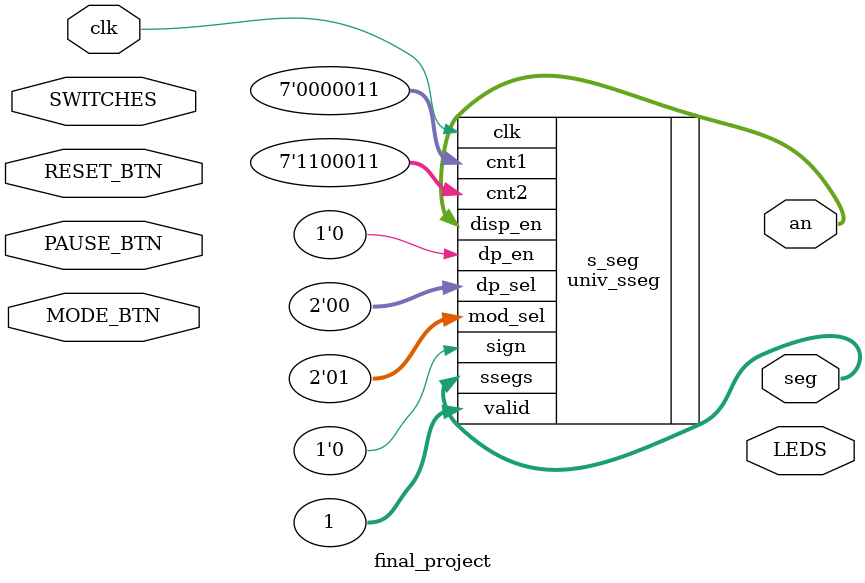
<source format=sv>
`timescale 1ns / 1ps


module final_project(
    input [15:0] SWITCHES,
    input PAUSE_BTN,
    input MODE_BTN,
    input RESET_BTN,
    input clk,
    output [3:0] an,
    output [7:0] seg,
    output [15:0] LEDS
    );
    
    univ_sseg s_seg( .clk(clk), .cnt1({7'b0000011}), .cnt2(7'b1100011), .dp_en(1'b0), .dp_sel(2'b0), .mod_sel(2'b01), .sign(1'b0), .valid('b1), .ssegs(seg), .disp_en(an) );

endmodule

</source>
